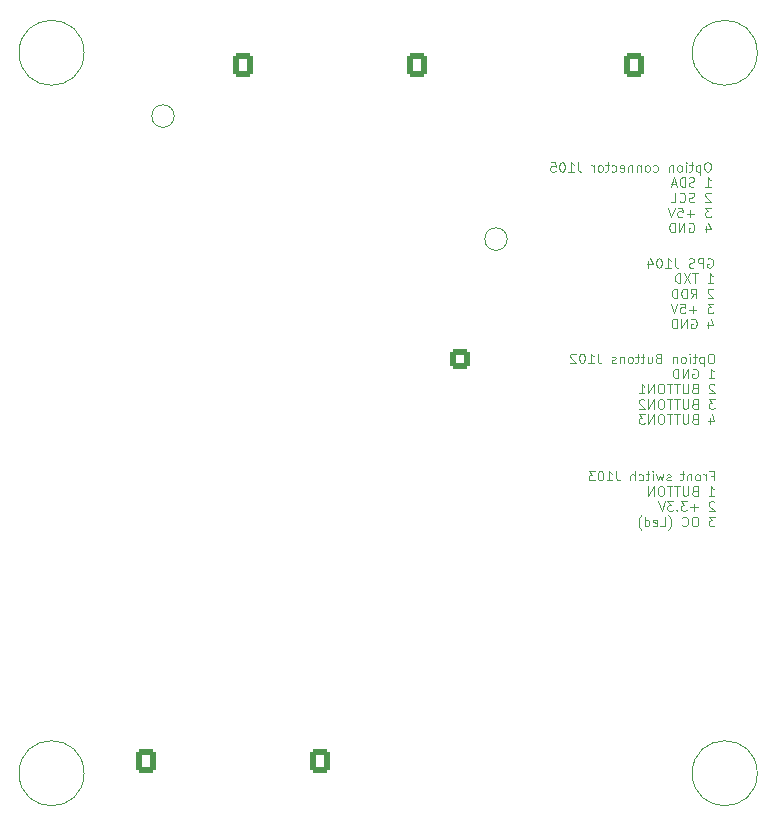
<source format=gbr>
%TF.GenerationSoftware,KiCad,Pcbnew,8.0.1*%
%TF.CreationDate,2024-07-04T14:35:51+02:00*%
%TF.ProjectId,Robuoy-Top,526f6275-6f79-42d5-946f-702e6b696361,rev?*%
%TF.SameCoordinates,Original*%
%TF.FileFunction,Legend,Bot*%
%TF.FilePolarity,Positive*%
%FSLAX46Y46*%
G04 Gerber Fmt 4.6, Leading zero omitted, Abs format (unit mm)*
G04 Created by KiCad (PCBNEW 8.0.1) date 2024-07-04 14:35:51*
%MOMM*%
%LPD*%
G01*
G04 APERTURE LIST*
G04 Aperture macros list*
%AMRoundRect*
0 Rectangle with rounded corners*
0 $1 Rounding radius*
0 $2 $3 $4 $5 $6 $7 $8 $9 X,Y pos of 4 corners*
0 Add a 4 corners polygon primitive as box body*
4,1,4,$2,$3,$4,$5,$6,$7,$8,$9,$2,$3,0*
0 Add four circle primitives for the rounded corners*
1,1,$1+$1,$2,$3*
1,1,$1+$1,$4,$5*
1,1,$1+$1,$6,$7*
1,1,$1+$1,$8,$9*
0 Add four rect primitives between the rounded corners*
20,1,$1+$1,$2,$3,$4,$5,0*
20,1,$1+$1,$4,$5,$6,$7,0*
20,1,$1+$1,$6,$7,$8,$9,0*
20,1,$1+$1,$8,$9,$2,$3,0*%
G04 Aperture macros list end*
%ADD10C,0.100000*%
%ADD11C,3.200000*%
%ADD12RoundRect,0.250000X-0.600000X-0.725000X0.600000X-0.725000X0.600000X0.725000X-0.600000X0.725000X0*%
%ADD13O,1.700000X1.950000*%
%ADD14RoundRect,0.250000X0.600000X0.725000X-0.600000X0.725000X-0.600000X-0.725000X0.600000X-0.725000X0*%
%ADD15R,1.700000X1.700000*%
%ADD16O,1.700000X1.700000*%
%ADD17C,1.500000*%
%ADD18C,3.500000*%
%ADD19R,1.650000X1.650000*%
%ADD20C,1.700000*%
%ADD21RoundRect,0.250000X0.600000X0.750000X-0.600000X0.750000X-0.600000X-0.750000X0.600000X-0.750000X0*%
%ADD22O,1.700000X2.000000*%
%ADD23RoundRect,0.250000X-0.600000X-0.600000X0.600000X-0.600000X0.600000X0.600000X-0.600000X0.600000X0*%
G04 APERTURE END LIST*
D10*
X73606953Y-58257875D02*
X73454572Y-58257875D01*
X73454572Y-58257875D02*
X73378382Y-58295970D01*
X73378382Y-58295970D02*
X73302191Y-58372160D01*
X73302191Y-58372160D02*
X73264096Y-58524541D01*
X73264096Y-58524541D02*
X73264096Y-58791208D01*
X73264096Y-58791208D02*
X73302191Y-58943589D01*
X73302191Y-58943589D02*
X73378382Y-59019780D01*
X73378382Y-59019780D02*
X73454572Y-59057875D01*
X73454572Y-59057875D02*
X73606953Y-59057875D01*
X73606953Y-59057875D02*
X73683144Y-59019780D01*
X73683144Y-59019780D02*
X73759334Y-58943589D01*
X73759334Y-58943589D02*
X73797430Y-58791208D01*
X73797430Y-58791208D02*
X73797430Y-58524541D01*
X73797430Y-58524541D02*
X73759334Y-58372160D01*
X73759334Y-58372160D02*
X73683144Y-58295970D01*
X73683144Y-58295970D02*
X73606953Y-58257875D01*
X72921239Y-58524541D02*
X72921239Y-59324541D01*
X72921239Y-58562637D02*
X72845049Y-58524541D01*
X72845049Y-58524541D02*
X72692668Y-58524541D01*
X72692668Y-58524541D02*
X72616477Y-58562637D01*
X72616477Y-58562637D02*
X72578382Y-58600732D01*
X72578382Y-58600732D02*
X72540287Y-58676922D01*
X72540287Y-58676922D02*
X72540287Y-58905494D01*
X72540287Y-58905494D02*
X72578382Y-58981684D01*
X72578382Y-58981684D02*
X72616477Y-59019780D01*
X72616477Y-59019780D02*
X72692668Y-59057875D01*
X72692668Y-59057875D02*
X72845049Y-59057875D01*
X72845049Y-59057875D02*
X72921239Y-59019780D01*
X72311715Y-58524541D02*
X72006953Y-58524541D01*
X72197429Y-58257875D02*
X72197429Y-58943589D01*
X72197429Y-58943589D02*
X72159334Y-59019780D01*
X72159334Y-59019780D02*
X72083144Y-59057875D01*
X72083144Y-59057875D02*
X72006953Y-59057875D01*
X71740286Y-59057875D02*
X71740286Y-58524541D01*
X71740286Y-58257875D02*
X71778382Y-58295970D01*
X71778382Y-58295970D02*
X71740286Y-58334065D01*
X71740286Y-58334065D02*
X71702191Y-58295970D01*
X71702191Y-58295970D02*
X71740286Y-58257875D01*
X71740286Y-58257875D02*
X71740286Y-58334065D01*
X71245049Y-59057875D02*
X71321239Y-59019780D01*
X71321239Y-59019780D02*
X71359334Y-58981684D01*
X71359334Y-58981684D02*
X71397430Y-58905494D01*
X71397430Y-58905494D02*
X71397430Y-58676922D01*
X71397430Y-58676922D02*
X71359334Y-58600732D01*
X71359334Y-58600732D02*
X71321239Y-58562637D01*
X71321239Y-58562637D02*
X71245049Y-58524541D01*
X71245049Y-58524541D02*
X71130763Y-58524541D01*
X71130763Y-58524541D02*
X71054572Y-58562637D01*
X71054572Y-58562637D02*
X71016477Y-58600732D01*
X71016477Y-58600732D02*
X70978382Y-58676922D01*
X70978382Y-58676922D02*
X70978382Y-58905494D01*
X70978382Y-58905494D02*
X71016477Y-58981684D01*
X71016477Y-58981684D02*
X71054572Y-59019780D01*
X71054572Y-59019780D02*
X71130763Y-59057875D01*
X71130763Y-59057875D02*
X71245049Y-59057875D01*
X70635524Y-58524541D02*
X70635524Y-59057875D01*
X70635524Y-58600732D02*
X70597429Y-58562637D01*
X70597429Y-58562637D02*
X70521239Y-58524541D01*
X70521239Y-58524541D02*
X70406953Y-58524541D01*
X70406953Y-58524541D02*
X70330762Y-58562637D01*
X70330762Y-58562637D02*
X70292667Y-58638827D01*
X70292667Y-58638827D02*
X70292667Y-59057875D01*
X68959333Y-59019780D02*
X69035524Y-59057875D01*
X69035524Y-59057875D02*
X69187905Y-59057875D01*
X69187905Y-59057875D02*
X69264095Y-59019780D01*
X69264095Y-59019780D02*
X69302190Y-58981684D01*
X69302190Y-58981684D02*
X69340286Y-58905494D01*
X69340286Y-58905494D02*
X69340286Y-58676922D01*
X69340286Y-58676922D02*
X69302190Y-58600732D01*
X69302190Y-58600732D02*
X69264095Y-58562637D01*
X69264095Y-58562637D02*
X69187905Y-58524541D01*
X69187905Y-58524541D02*
X69035524Y-58524541D01*
X69035524Y-58524541D02*
X68959333Y-58562637D01*
X68502191Y-59057875D02*
X68578381Y-59019780D01*
X68578381Y-59019780D02*
X68616476Y-58981684D01*
X68616476Y-58981684D02*
X68654572Y-58905494D01*
X68654572Y-58905494D02*
X68654572Y-58676922D01*
X68654572Y-58676922D02*
X68616476Y-58600732D01*
X68616476Y-58600732D02*
X68578381Y-58562637D01*
X68578381Y-58562637D02*
X68502191Y-58524541D01*
X68502191Y-58524541D02*
X68387905Y-58524541D01*
X68387905Y-58524541D02*
X68311714Y-58562637D01*
X68311714Y-58562637D02*
X68273619Y-58600732D01*
X68273619Y-58600732D02*
X68235524Y-58676922D01*
X68235524Y-58676922D02*
X68235524Y-58905494D01*
X68235524Y-58905494D02*
X68273619Y-58981684D01*
X68273619Y-58981684D02*
X68311714Y-59019780D01*
X68311714Y-59019780D02*
X68387905Y-59057875D01*
X68387905Y-59057875D02*
X68502191Y-59057875D01*
X67892666Y-58524541D02*
X67892666Y-59057875D01*
X67892666Y-58600732D02*
X67854571Y-58562637D01*
X67854571Y-58562637D02*
X67778381Y-58524541D01*
X67778381Y-58524541D02*
X67664095Y-58524541D01*
X67664095Y-58524541D02*
X67587904Y-58562637D01*
X67587904Y-58562637D02*
X67549809Y-58638827D01*
X67549809Y-58638827D02*
X67549809Y-59057875D01*
X67168856Y-58524541D02*
X67168856Y-59057875D01*
X67168856Y-58600732D02*
X67130761Y-58562637D01*
X67130761Y-58562637D02*
X67054571Y-58524541D01*
X67054571Y-58524541D02*
X66940285Y-58524541D01*
X66940285Y-58524541D02*
X66864094Y-58562637D01*
X66864094Y-58562637D02*
X66825999Y-58638827D01*
X66825999Y-58638827D02*
X66825999Y-59057875D01*
X66140284Y-59019780D02*
X66216475Y-59057875D01*
X66216475Y-59057875D02*
X66368856Y-59057875D01*
X66368856Y-59057875D02*
X66445046Y-59019780D01*
X66445046Y-59019780D02*
X66483142Y-58943589D01*
X66483142Y-58943589D02*
X66483142Y-58638827D01*
X66483142Y-58638827D02*
X66445046Y-58562637D01*
X66445046Y-58562637D02*
X66368856Y-58524541D01*
X66368856Y-58524541D02*
X66216475Y-58524541D01*
X66216475Y-58524541D02*
X66140284Y-58562637D01*
X66140284Y-58562637D02*
X66102189Y-58638827D01*
X66102189Y-58638827D02*
X66102189Y-58715018D01*
X66102189Y-58715018D02*
X66483142Y-58791208D01*
X65416475Y-59019780D02*
X65492666Y-59057875D01*
X65492666Y-59057875D02*
X65645047Y-59057875D01*
X65645047Y-59057875D02*
X65721237Y-59019780D01*
X65721237Y-59019780D02*
X65759332Y-58981684D01*
X65759332Y-58981684D02*
X65797428Y-58905494D01*
X65797428Y-58905494D02*
X65797428Y-58676922D01*
X65797428Y-58676922D02*
X65759332Y-58600732D01*
X65759332Y-58600732D02*
X65721237Y-58562637D01*
X65721237Y-58562637D02*
X65645047Y-58524541D01*
X65645047Y-58524541D02*
X65492666Y-58524541D01*
X65492666Y-58524541D02*
X65416475Y-58562637D01*
X65187904Y-58524541D02*
X64883142Y-58524541D01*
X65073618Y-58257875D02*
X65073618Y-58943589D01*
X65073618Y-58943589D02*
X65035523Y-59019780D01*
X65035523Y-59019780D02*
X64959333Y-59057875D01*
X64959333Y-59057875D02*
X64883142Y-59057875D01*
X64502190Y-59057875D02*
X64578380Y-59019780D01*
X64578380Y-59019780D02*
X64616475Y-58981684D01*
X64616475Y-58981684D02*
X64654571Y-58905494D01*
X64654571Y-58905494D02*
X64654571Y-58676922D01*
X64654571Y-58676922D02*
X64616475Y-58600732D01*
X64616475Y-58600732D02*
X64578380Y-58562637D01*
X64578380Y-58562637D02*
X64502190Y-58524541D01*
X64502190Y-58524541D02*
X64387904Y-58524541D01*
X64387904Y-58524541D02*
X64311713Y-58562637D01*
X64311713Y-58562637D02*
X64273618Y-58600732D01*
X64273618Y-58600732D02*
X64235523Y-58676922D01*
X64235523Y-58676922D02*
X64235523Y-58905494D01*
X64235523Y-58905494D02*
X64273618Y-58981684D01*
X64273618Y-58981684D02*
X64311713Y-59019780D01*
X64311713Y-59019780D02*
X64387904Y-59057875D01*
X64387904Y-59057875D02*
X64502190Y-59057875D01*
X63892665Y-59057875D02*
X63892665Y-58524541D01*
X63892665Y-58676922D02*
X63854570Y-58600732D01*
X63854570Y-58600732D02*
X63816475Y-58562637D01*
X63816475Y-58562637D02*
X63740284Y-58524541D01*
X63740284Y-58524541D02*
X63664094Y-58524541D01*
X62559332Y-58257875D02*
X62559332Y-58829303D01*
X62559332Y-58829303D02*
X62597427Y-58943589D01*
X62597427Y-58943589D02*
X62673618Y-59019780D01*
X62673618Y-59019780D02*
X62787903Y-59057875D01*
X62787903Y-59057875D02*
X62864094Y-59057875D01*
X61759332Y-59057875D02*
X62216475Y-59057875D01*
X61987903Y-59057875D02*
X61987903Y-58257875D01*
X61987903Y-58257875D02*
X62064094Y-58372160D01*
X62064094Y-58372160D02*
X62140284Y-58448351D01*
X62140284Y-58448351D02*
X62216475Y-58486446D01*
X61264093Y-58257875D02*
X61187903Y-58257875D01*
X61187903Y-58257875D02*
X61111712Y-58295970D01*
X61111712Y-58295970D02*
X61073617Y-58334065D01*
X61073617Y-58334065D02*
X61035522Y-58410256D01*
X61035522Y-58410256D02*
X60997427Y-58562637D01*
X60997427Y-58562637D02*
X60997427Y-58753113D01*
X60997427Y-58753113D02*
X61035522Y-58905494D01*
X61035522Y-58905494D02*
X61073617Y-58981684D01*
X61073617Y-58981684D02*
X61111712Y-59019780D01*
X61111712Y-59019780D02*
X61187903Y-59057875D01*
X61187903Y-59057875D02*
X61264093Y-59057875D01*
X61264093Y-59057875D02*
X61340284Y-59019780D01*
X61340284Y-59019780D02*
X61378379Y-58981684D01*
X61378379Y-58981684D02*
X61416474Y-58905494D01*
X61416474Y-58905494D02*
X61454570Y-58753113D01*
X61454570Y-58753113D02*
X61454570Y-58562637D01*
X61454570Y-58562637D02*
X61416474Y-58410256D01*
X61416474Y-58410256D02*
X61378379Y-58334065D01*
X61378379Y-58334065D02*
X61340284Y-58295970D01*
X61340284Y-58295970D02*
X61264093Y-58257875D01*
X60273617Y-58257875D02*
X60654569Y-58257875D01*
X60654569Y-58257875D02*
X60692665Y-58638827D01*
X60692665Y-58638827D02*
X60654569Y-58600732D01*
X60654569Y-58600732D02*
X60578379Y-58562637D01*
X60578379Y-58562637D02*
X60387903Y-58562637D01*
X60387903Y-58562637D02*
X60311712Y-58600732D01*
X60311712Y-58600732D02*
X60273617Y-58638827D01*
X60273617Y-58638827D02*
X60235522Y-58715018D01*
X60235522Y-58715018D02*
X60235522Y-58905494D01*
X60235522Y-58905494D02*
X60273617Y-58981684D01*
X60273617Y-58981684D02*
X60311712Y-59019780D01*
X60311712Y-59019780D02*
X60387903Y-59057875D01*
X60387903Y-59057875D02*
X60578379Y-59057875D01*
X60578379Y-59057875D02*
X60654569Y-59019780D01*
X60654569Y-59019780D02*
X60692665Y-58981684D01*
X73340287Y-60345830D02*
X73797430Y-60345830D01*
X73568858Y-60345830D02*
X73568858Y-59545830D01*
X73568858Y-59545830D02*
X73645049Y-59660115D01*
X73645049Y-59660115D02*
X73721239Y-59736306D01*
X73721239Y-59736306D02*
X73797430Y-59774401D01*
X72426001Y-60307735D02*
X72311715Y-60345830D01*
X72311715Y-60345830D02*
X72121239Y-60345830D01*
X72121239Y-60345830D02*
X72045048Y-60307735D01*
X72045048Y-60307735D02*
X72006953Y-60269639D01*
X72006953Y-60269639D02*
X71968858Y-60193449D01*
X71968858Y-60193449D02*
X71968858Y-60117258D01*
X71968858Y-60117258D02*
X72006953Y-60041068D01*
X72006953Y-60041068D02*
X72045048Y-60002973D01*
X72045048Y-60002973D02*
X72121239Y-59964877D01*
X72121239Y-59964877D02*
X72273620Y-59926782D01*
X72273620Y-59926782D02*
X72349810Y-59888687D01*
X72349810Y-59888687D02*
X72387905Y-59850592D01*
X72387905Y-59850592D02*
X72426001Y-59774401D01*
X72426001Y-59774401D02*
X72426001Y-59698211D01*
X72426001Y-59698211D02*
X72387905Y-59622020D01*
X72387905Y-59622020D02*
X72349810Y-59583925D01*
X72349810Y-59583925D02*
X72273620Y-59545830D01*
X72273620Y-59545830D02*
X72083143Y-59545830D01*
X72083143Y-59545830D02*
X71968858Y-59583925D01*
X71626000Y-60345830D02*
X71626000Y-59545830D01*
X71626000Y-59545830D02*
X71435524Y-59545830D01*
X71435524Y-59545830D02*
X71321238Y-59583925D01*
X71321238Y-59583925D02*
X71245048Y-59660115D01*
X71245048Y-59660115D02*
X71206953Y-59736306D01*
X71206953Y-59736306D02*
X71168857Y-59888687D01*
X71168857Y-59888687D02*
X71168857Y-60002973D01*
X71168857Y-60002973D02*
X71206953Y-60155354D01*
X71206953Y-60155354D02*
X71245048Y-60231544D01*
X71245048Y-60231544D02*
X71321238Y-60307735D01*
X71321238Y-60307735D02*
X71435524Y-60345830D01*
X71435524Y-60345830D02*
X71626000Y-60345830D01*
X70864096Y-60117258D02*
X70483143Y-60117258D01*
X70940286Y-60345830D02*
X70673619Y-59545830D01*
X70673619Y-59545830D02*
X70406953Y-60345830D01*
X73797430Y-60909975D02*
X73759334Y-60871880D01*
X73759334Y-60871880D02*
X73683144Y-60833785D01*
X73683144Y-60833785D02*
X73492668Y-60833785D01*
X73492668Y-60833785D02*
X73416477Y-60871880D01*
X73416477Y-60871880D02*
X73378382Y-60909975D01*
X73378382Y-60909975D02*
X73340287Y-60986166D01*
X73340287Y-60986166D02*
X73340287Y-61062356D01*
X73340287Y-61062356D02*
X73378382Y-61176642D01*
X73378382Y-61176642D02*
X73835525Y-61633785D01*
X73835525Y-61633785D02*
X73340287Y-61633785D01*
X72426001Y-61595690D02*
X72311715Y-61633785D01*
X72311715Y-61633785D02*
X72121239Y-61633785D01*
X72121239Y-61633785D02*
X72045048Y-61595690D01*
X72045048Y-61595690D02*
X72006953Y-61557594D01*
X72006953Y-61557594D02*
X71968858Y-61481404D01*
X71968858Y-61481404D02*
X71968858Y-61405213D01*
X71968858Y-61405213D02*
X72006953Y-61329023D01*
X72006953Y-61329023D02*
X72045048Y-61290928D01*
X72045048Y-61290928D02*
X72121239Y-61252832D01*
X72121239Y-61252832D02*
X72273620Y-61214737D01*
X72273620Y-61214737D02*
X72349810Y-61176642D01*
X72349810Y-61176642D02*
X72387905Y-61138547D01*
X72387905Y-61138547D02*
X72426001Y-61062356D01*
X72426001Y-61062356D02*
X72426001Y-60986166D01*
X72426001Y-60986166D02*
X72387905Y-60909975D01*
X72387905Y-60909975D02*
X72349810Y-60871880D01*
X72349810Y-60871880D02*
X72273620Y-60833785D01*
X72273620Y-60833785D02*
X72083143Y-60833785D01*
X72083143Y-60833785D02*
X71968858Y-60871880D01*
X71168857Y-61557594D02*
X71206953Y-61595690D01*
X71206953Y-61595690D02*
X71321238Y-61633785D01*
X71321238Y-61633785D02*
X71397429Y-61633785D01*
X71397429Y-61633785D02*
X71511715Y-61595690D01*
X71511715Y-61595690D02*
X71587905Y-61519499D01*
X71587905Y-61519499D02*
X71626000Y-61443309D01*
X71626000Y-61443309D02*
X71664096Y-61290928D01*
X71664096Y-61290928D02*
X71664096Y-61176642D01*
X71664096Y-61176642D02*
X71626000Y-61024261D01*
X71626000Y-61024261D02*
X71587905Y-60948070D01*
X71587905Y-60948070D02*
X71511715Y-60871880D01*
X71511715Y-60871880D02*
X71397429Y-60833785D01*
X71397429Y-60833785D02*
X71321238Y-60833785D01*
X71321238Y-60833785D02*
X71206953Y-60871880D01*
X71206953Y-60871880D02*
X71168857Y-60909975D01*
X70445048Y-61633785D02*
X70826000Y-61633785D01*
X70826000Y-61633785D02*
X70826000Y-60833785D01*
X73835525Y-62121740D02*
X73340287Y-62121740D01*
X73340287Y-62121740D02*
X73606953Y-62426502D01*
X73606953Y-62426502D02*
X73492668Y-62426502D01*
X73492668Y-62426502D02*
X73416477Y-62464597D01*
X73416477Y-62464597D02*
X73378382Y-62502692D01*
X73378382Y-62502692D02*
X73340287Y-62578883D01*
X73340287Y-62578883D02*
X73340287Y-62769359D01*
X73340287Y-62769359D02*
X73378382Y-62845549D01*
X73378382Y-62845549D02*
X73416477Y-62883645D01*
X73416477Y-62883645D02*
X73492668Y-62921740D01*
X73492668Y-62921740D02*
X73721239Y-62921740D01*
X73721239Y-62921740D02*
X73797430Y-62883645D01*
X73797430Y-62883645D02*
X73835525Y-62845549D01*
X72387905Y-62616978D02*
X71778382Y-62616978D01*
X72083143Y-62921740D02*
X72083143Y-62312216D01*
X71016477Y-62121740D02*
X71397429Y-62121740D01*
X71397429Y-62121740D02*
X71435525Y-62502692D01*
X71435525Y-62502692D02*
X71397429Y-62464597D01*
X71397429Y-62464597D02*
X71321239Y-62426502D01*
X71321239Y-62426502D02*
X71130763Y-62426502D01*
X71130763Y-62426502D02*
X71054572Y-62464597D01*
X71054572Y-62464597D02*
X71016477Y-62502692D01*
X71016477Y-62502692D02*
X70978382Y-62578883D01*
X70978382Y-62578883D02*
X70978382Y-62769359D01*
X70978382Y-62769359D02*
X71016477Y-62845549D01*
X71016477Y-62845549D02*
X71054572Y-62883645D01*
X71054572Y-62883645D02*
X71130763Y-62921740D01*
X71130763Y-62921740D02*
X71321239Y-62921740D01*
X71321239Y-62921740D02*
X71397429Y-62883645D01*
X71397429Y-62883645D02*
X71435525Y-62845549D01*
X70749810Y-62121740D02*
X70483143Y-62921740D01*
X70483143Y-62921740D02*
X70216477Y-62121740D01*
X73416477Y-63676361D02*
X73416477Y-64209695D01*
X73606953Y-63371600D02*
X73797430Y-63943028D01*
X73797430Y-63943028D02*
X73302191Y-63943028D01*
X71968858Y-63447790D02*
X72045048Y-63409695D01*
X72045048Y-63409695D02*
X72159334Y-63409695D01*
X72159334Y-63409695D02*
X72273620Y-63447790D01*
X72273620Y-63447790D02*
X72349810Y-63523980D01*
X72349810Y-63523980D02*
X72387905Y-63600171D01*
X72387905Y-63600171D02*
X72426001Y-63752552D01*
X72426001Y-63752552D02*
X72426001Y-63866838D01*
X72426001Y-63866838D02*
X72387905Y-64019219D01*
X72387905Y-64019219D02*
X72349810Y-64095409D01*
X72349810Y-64095409D02*
X72273620Y-64171600D01*
X72273620Y-64171600D02*
X72159334Y-64209695D01*
X72159334Y-64209695D02*
X72083143Y-64209695D01*
X72083143Y-64209695D02*
X71968858Y-64171600D01*
X71968858Y-64171600D02*
X71930762Y-64133504D01*
X71930762Y-64133504D02*
X71930762Y-63866838D01*
X71930762Y-63866838D02*
X72083143Y-63866838D01*
X71587905Y-64209695D02*
X71587905Y-63409695D01*
X71587905Y-63409695D02*
X71130762Y-64209695D01*
X71130762Y-64209695D02*
X71130762Y-63409695D01*
X70749810Y-64209695D02*
X70749810Y-63409695D01*
X70749810Y-63409695D02*
X70559334Y-63409695D01*
X70559334Y-63409695D02*
X70445048Y-63447790D01*
X70445048Y-63447790D02*
X70368858Y-63523980D01*
X70368858Y-63523980D02*
X70330763Y-63600171D01*
X70330763Y-63600171D02*
X70292667Y-63752552D01*
X70292667Y-63752552D02*
X70292667Y-63866838D01*
X70292667Y-63866838D02*
X70330763Y-64019219D01*
X70330763Y-64019219D02*
X70368858Y-64095409D01*
X70368858Y-64095409D02*
X70445048Y-64171600D01*
X70445048Y-64171600D02*
X70559334Y-64209695D01*
X70559334Y-64209695D02*
X70749810Y-64209695D01*
X73543487Y-66423970D02*
X73619677Y-66385875D01*
X73619677Y-66385875D02*
X73733963Y-66385875D01*
X73733963Y-66385875D02*
X73848249Y-66423970D01*
X73848249Y-66423970D02*
X73924439Y-66500160D01*
X73924439Y-66500160D02*
X73962534Y-66576351D01*
X73962534Y-66576351D02*
X74000630Y-66728732D01*
X74000630Y-66728732D02*
X74000630Y-66843018D01*
X74000630Y-66843018D02*
X73962534Y-66995399D01*
X73962534Y-66995399D02*
X73924439Y-67071589D01*
X73924439Y-67071589D02*
X73848249Y-67147780D01*
X73848249Y-67147780D02*
X73733963Y-67185875D01*
X73733963Y-67185875D02*
X73657772Y-67185875D01*
X73657772Y-67185875D02*
X73543487Y-67147780D01*
X73543487Y-67147780D02*
X73505391Y-67109684D01*
X73505391Y-67109684D02*
X73505391Y-66843018D01*
X73505391Y-66843018D02*
X73657772Y-66843018D01*
X73162534Y-67185875D02*
X73162534Y-66385875D01*
X73162534Y-66385875D02*
X72857772Y-66385875D01*
X72857772Y-66385875D02*
X72781582Y-66423970D01*
X72781582Y-66423970D02*
X72743487Y-66462065D01*
X72743487Y-66462065D02*
X72705391Y-66538256D01*
X72705391Y-66538256D02*
X72705391Y-66652541D01*
X72705391Y-66652541D02*
X72743487Y-66728732D01*
X72743487Y-66728732D02*
X72781582Y-66766827D01*
X72781582Y-66766827D02*
X72857772Y-66804922D01*
X72857772Y-66804922D02*
X73162534Y-66804922D01*
X72400630Y-67147780D02*
X72286344Y-67185875D01*
X72286344Y-67185875D02*
X72095868Y-67185875D01*
X72095868Y-67185875D02*
X72019677Y-67147780D01*
X72019677Y-67147780D02*
X71981582Y-67109684D01*
X71981582Y-67109684D02*
X71943487Y-67033494D01*
X71943487Y-67033494D02*
X71943487Y-66957303D01*
X71943487Y-66957303D02*
X71981582Y-66881113D01*
X71981582Y-66881113D02*
X72019677Y-66843018D01*
X72019677Y-66843018D02*
X72095868Y-66804922D01*
X72095868Y-66804922D02*
X72248249Y-66766827D01*
X72248249Y-66766827D02*
X72324439Y-66728732D01*
X72324439Y-66728732D02*
X72362534Y-66690637D01*
X72362534Y-66690637D02*
X72400630Y-66614446D01*
X72400630Y-66614446D02*
X72400630Y-66538256D01*
X72400630Y-66538256D02*
X72362534Y-66462065D01*
X72362534Y-66462065D02*
X72324439Y-66423970D01*
X72324439Y-66423970D02*
X72248249Y-66385875D01*
X72248249Y-66385875D02*
X72057772Y-66385875D01*
X72057772Y-66385875D02*
X71943487Y-66423970D01*
X70762534Y-66385875D02*
X70762534Y-66957303D01*
X70762534Y-66957303D02*
X70800629Y-67071589D01*
X70800629Y-67071589D02*
X70876820Y-67147780D01*
X70876820Y-67147780D02*
X70991105Y-67185875D01*
X70991105Y-67185875D02*
X71067296Y-67185875D01*
X69962534Y-67185875D02*
X70419677Y-67185875D01*
X70191105Y-67185875D02*
X70191105Y-66385875D01*
X70191105Y-66385875D02*
X70267296Y-66500160D01*
X70267296Y-66500160D02*
X70343486Y-66576351D01*
X70343486Y-66576351D02*
X70419677Y-66614446D01*
X69467295Y-66385875D02*
X69391105Y-66385875D01*
X69391105Y-66385875D02*
X69314914Y-66423970D01*
X69314914Y-66423970D02*
X69276819Y-66462065D01*
X69276819Y-66462065D02*
X69238724Y-66538256D01*
X69238724Y-66538256D02*
X69200629Y-66690637D01*
X69200629Y-66690637D02*
X69200629Y-66881113D01*
X69200629Y-66881113D02*
X69238724Y-67033494D01*
X69238724Y-67033494D02*
X69276819Y-67109684D01*
X69276819Y-67109684D02*
X69314914Y-67147780D01*
X69314914Y-67147780D02*
X69391105Y-67185875D01*
X69391105Y-67185875D02*
X69467295Y-67185875D01*
X69467295Y-67185875D02*
X69543486Y-67147780D01*
X69543486Y-67147780D02*
X69581581Y-67109684D01*
X69581581Y-67109684D02*
X69619676Y-67033494D01*
X69619676Y-67033494D02*
X69657772Y-66881113D01*
X69657772Y-66881113D02*
X69657772Y-66690637D01*
X69657772Y-66690637D02*
X69619676Y-66538256D01*
X69619676Y-66538256D02*
X69581581Y-66462065D01*
X69581581Y-66462065D02*
X69543486Y-66423970D01*
X69543486Y-66423970D02*
X69467295Y-66385875D01*
X68514914Y-66652541D02*
X68514914Y-67185875D01*
X68705390Y-66347780D02*
X68895867Y-66919208D01*
X68895867Y-66919208D02*
X68400628Y-66919208D01*
X73543487Y-68473830D02*
X74000630Y-68473830D01*
X73772058Y-68473830D02*
X73772058Y-67673830D01*
X73772058Y-67673830D02*
X73848249Y-67788115D01*
X73848249Y-67788115D02*
X73924439Y-67864306D01*
X73924439Y-67864306D02*
X74000630Y-67902401D01*
X72705391Y-67673830D02*
X72248248Y-67673830D01*
X72476820Y-68473830D02*
X72476820Y-67673830D01*
X72057772Y-67673830D02*
X71524438Y-68473830D01*
X71524438Y-67673830D02*
X72057772Y-68473830D01*
X71219676Y-68473830D02*
X71219676Y-67673830D01*
X71219676Y-67673830D02*
X71029200Y-67673830D01*
X71029200Y-67673830D02*
X70914914Y-67711925D01*
X70914914Y-67711925D02*
X70838724Y-67788115D01*
X70838724Y-67788115D02*
X70800629Y-67864306D01*
X70800629Y-67864306D02*
X70762533Y-68016687D01*
X70762533Y-68016687D02*
X70762533Y-68130973D01*
X70762533Y-68130973D02*
X70800629Y-68283354D01*
X70800629Y-68283354D02*
X70838724Y-68359544D01*
X70838724Y-68359544D02*
X70914914Y-68435735D01*
X70914914Y-68435735D02*
X71029200Y-68473830D01*
X71029200Y-68473830D02*
X71219676Y-68473830D01*
X74000630Y-69037975D02*
X73962534Y-68999880D01*
X73962534Y-68999880D02*
X73886344Y-68961785D01*
X73886344Y-68961785D02*
X73695868Y-68961785D01*
X73695868Y-68961785D02*
X73619677Y-68999880D01*
X73619677Y-68999880D02*
X73581582Y-69037975D01*
X73581582Y-69037975D02*
X73543487Y-69114166D01*
X73543487Y-69114166D02*
X73543487Y-69190356D01*
X73543487Y-69190356D02*
X73581582Y-69304642D01*
X73581582Y-69304642D02*
X74038725Y-69761785D01*
X74038725Y-69761785D02*
X73543487Y-69761785D01*
X72133962Y-69761785D02*
X72400629Y-69380832D01*
X72591105Y-69761785D02*
X72591105Y-68961785D01*
X72591105Y-68961785D02*
X72286343Y-68961785D01*
X72286343Y-68961785D02*
X72210153Y-68999880D01*
X72210153Y-68999880D02*
X72172058Y-69037975D01*
X72172058Y-69037975D02*
X72133962Y-69114166D01*
X72133962Y-69114166D02*
X72133962Y-69228451D01*
X72133962Y-69228451D02*
X72172058Y-69304642D01*
X72172058Y-69304642D02*
X72210153Y-69342737D01*
X72210153Y-69342737D02*
X72286343Y-69380832D01*
X72286343Y-69380832D02*
X72591105Y-69380832D01*
X71791105Y-69761785D02*
X71791105Y-68961785D01*
X71791105Y-68961785D02*
X71600629Y-68961785D01*
X71600629Y-68961785D02*
X71486343Y-68999880D01*
X71486343Y-68999880D02*
X71410153Y-69076070D01*
X71410153Y-69076070D02*
X71372058Y-69152261D01*
X71372058Y-69152261D02*
X71333962Y-69304642D01*
X71333962Y-69304642D02*
X71333962Y-69418928D01*
X71333962Y-69418928D02*
X71372058Y-69571309D01*
X71372058Y-69571309D02*
X71410153Y-69647499D01*
X71410153Y-69647499D02*
X71486343Y-69723690D01*
X71486343Y-69723690D02*
X71600629Y-69761785D01*
X71600629Y-69761785D02*
X71791105Y-69761785D01*
X70991105Y-69761785D02*
X70991105Y-68961785D01*
X70991105Y-68961785D02*
X70800629Y-68961785D01*
X70800629Y-68961785D02*
X70686343Y-68999880D01*
X70686343Y-68999880D02*
X70610153Y-69076070D01*
X70610153Y-69076070D02*
X70572058Y-69152261D01*
X70572058Y-69152261D02*
X70533962Y-69304642D01*
X70533962Y-69304642D02*
X70533962Y-69418928D01*
X70533962Y-69418928D02*
X70572058Y-69571309D01*
X70572058Y-69571309D02*
X70610153Y-69647499D01*
X70610153Y-69647499D02*
X70686343Y-69723690D01*
X70686343Y-69723690D02*
X70800629Y-69761785D01*
X70800629Y-69761785D02*
X70991105Y-69761785D01*
X74038725Y-70249740D02*
X73543487Y-70249740D01*
X73543487Y-70249740D02*
X73810153Y-70554502D01*
X73810153Y-70554502D02*
X73695868Y-70554502D01*
X73695868Y-70554502D02*
X73619677Y-70592597D01*
X73619677Y-70592597D02*
X73581582Y-70630692D01*
X73581582Y-70630692D02*
X73543487Y-70706883D01*
X73543487Y-70706883D02*
X73543487Y-70897359D01*
X73543487Y-70897359D02*
X73581582Y-70973549D01*
X73581582Y-70973549D02*
X73619677Y-71011645D01*
X73619677Y-71011645D02*
X73695868Y-71049740D01*
X73695868Y-71049740D02*
X73924439Y-71049740D01*
X73924439Y-71049740D02*
X74000630Y-71011645D01*
X74000630Y-71011645D02*
X74038725Y-70973549D01*
X72591105Y-70744978D02*
X71981582Y-70744978D01*
X72286343Y-71049740D02*
X72286343Y-70440216D01*
X71219677Y-70249740D02*
X71600629Y-70249740D01*
X71600629Y-70249740D02*
X71638725Y-70630692D01*
X71638725Y-70630692D02*
X71600629Y-70592597D01*
X71600629Y-70592597D02*
X71524439Y-70554502D01*
X71524439Y-70554502D02*
X71333963Y-70554502D01*
X71333963Y-70554502D02*
X71257772Y-70592597D01*
X71257772Y-70592597D02*
X71219677Y-70630692D01*
X71219677Y-70630692D02*
X71181582Y-70706883D01*
X71181582Y-70706883D02*
X71181582Y-70897359D01*
X71181582Y-70897359D02*
X71219677Y-70973549D01*
X71219677Y-70973549D02*
X71257772Y-71011645D01*
X71257772Y-71011645D02*
X71333963Y-71049740D01*
X71333963Y-71049740D02*
X71524439Y-71049740D01*
X71524439Y-71049740D02*
X71600629Y-71011645D01*
X71600629Y-71011645D02*
X71638725Y-70973549D01*
X70953010Y-70249740D02*
X70686343Y-71049740D01*
X70686343Y-71049740D02*
X70419677Y-70249740D01*
X73619677Y-71804361D02*
X73619677Y-72337695D01*
X73810153Y-71499600D02*
X74000630Y-72071028D01*
X74000630Y-72071028D02*
X73505391Y-72071028D01*
X72172058Y-71575790D02*
X72248248Y-71537695D01*
X72248248Y-71537695D02*
X72362534Y-71537695D01*
X72362534Y-71537695D02*
X72476820Y-71575790D01*
X72476820Y-71575790D02*
X72553010Y-71651980D01*
X72553010Y-71651980D02*
X72591105Y-71728171D01*
X72591105Y-71728171D02*
X72629201Y-71880552D01*
X72629201Y-71880552D02*
X72629201Y-71994838D01*
X72629201Y-71994838D02*
X72591105Y-72147219D01*
X72591105Y-72147219D02*
X72553010Y-72223409D01*
X72553010Y-72223409D02*
X72476820Y-72299600D01*
X72476820Y-72299600D02*
X72362534Y-72337695D01*
X72362534Y-72337695D02*
X72286343Y-72337695D01*
X72286343Y-72337695D02*
X72172058Y-72299600D01*
X72172058Y-72299600D02*
X72133962Y-72261504D01*
X72133962Y-72261504D02*
X72133962Y-71994838D01*
X72133962Y-71994838D02*
X72286343Y-71994838D01*
X71791105Y-72337695D02*
X71791105Y-71537695D01*
X71791105Y-71537695D02*
X71333962Y-72337695D01*
X71333962Y-72337695D02*
X71333962Y-71537695D01*
X70953010Y-72337695D02*
X70953010Y-71537695D01*
X70953010Y-71537695D02*
X70762534Y-71537695D01*
X70762534Y-71537695D02*
X70648248Y-71575790D01*
X70648248Y-71575790D02*
X70572058Y-71651980D01*
X70572058Y-71651980D02*
X70533963Y-71728171D01*
X70533963Y-71728171D02*
X70495867Y-71880552D01*
X70495867Y-71880552D02*
X70495867Y-71994838D01*
X70495867Y-71994838D02*
X70533963Y-72147219D01*
X70533963Y-72147219D02*
X70572058Y-72223409D01*
X70572058Y-72223409D02*
X70648248Y-72299600D01*
X70648248Y-72299600D02*
X70762534Y-72337695D01*
X70762534Y-72337695D02*
X70953010Y-72337695D01*
X73911753Y-74463075D02*
X73759372Y-74463075D01*
X73759372Y-74463075D02*
X73683182Y-74501170D01*
X73683182Y-74501170D02*
X73606991Y-74577360D01*
X73606991Y-74577360D02*
X73568896Y-74729741D01*
X73568896Y-74729741D02*
X73568896Y-74996408D01*
X73568896Y-74996408D02*
X73606991Y-75148789D01*
X73606991Y-75148789D02*
X73683182Y-75224980D01*
X73683182Y-75224980D02*
X73759372Y-75263075D01*
X73759372Y-75263075D02*
X73911753Y-75263075D01*
X73911753Y-75263075D02*
X73987944Y-75224980D01*
X73987944Y-75224980D02*
X74064134Y-75148789D01*
X74064134Y-75148789D02*
X74102230Y-74996408D01*
X74102230Y-74996408D02*
X74102230Y-74729741D01*
X74102230Y-74729741D02*
X74064134Y-74577360D01*
X74064134Y-74577360D02*
X73987944Y-74501170D01*
X73987944Y-74501170D02*
X73911753Y-74463075D01*
X73226039Y-74729741D02*
X73226039Y-75529741D01*
X73226039Y-74767837D02*
X73149849Y-74729741D01*
X73149849Y-74729741D02*
X72997468Y-74729741D01*
X72997468Y-74729741D02*
X72921277Y-74767837D01*
X72921277Y-74767837D02*
X72883182Y-74805932D01*
X72883182Y-74805932D02*
X72845087Y-74882122D01*
X72845087Y-74882122D02*
X72845087Y-75110694D01*
X72845087Y-75110694D02*
X72883182Y-75186884D01*
X72883182Y-75186884D02*
X72921277Y-75224980D01*
X72921277Y-75224980D02*
X72997468Y-75263075D01*
X72997468Y-75263075D02*
X73149849Y-75263075D01*
X73149849Y-75263075D02*
X73226039Y-75224980D01*
X72616515Y-74729741D02*
X72311753Y-74729741D01*
X72502229Y-74463075D02*
X72502229Y-75148789D01*
X72502229Y-75148789D02*
X72464134Y-75224980D01*
X72464134Y-75224980D02*
X72387944Y-75263075D01*
X72387944Y-75263075D02*
X72311753Y-75263075D01*
X72045086Y-75263075D02*
X72045086Y-74729741D01*
X72045086Y-74463075D02*
X72083182Y-74501170D01*
X72083182Y-74501170D02*
X72045086Y-74539265D01*
X72045086Y-74539265D02*
X72006991Y-74501170D01*
X72006991Y-74501170D02*
X72045086Y-74463075D01*
X72045086Y-74463075D02*
X72045086Y-74539265D01*
X71549849Y-75263075D02*
X71626039Y-75224980D01*
X71626039Y-75224980D02*
X71664134Y-75186884D01*
X71664134Y-75186884D02*
X71702230Y-75110694D01*
X71702230Y-75110694D02*
X71702230Y-74882122D01*
X71702230Y-74882122D02*
X71664134Y-74805932D01*
X71664134Y-74805932D02*
X71626039Y-74767837D01*
X71626039Y-74767837D02*
X71549849Y-74729741D01*
X71549849Y-74729741D02*
X71435563Y-74729741D01*
X71435563Y-74729741D02*
X71359372Y-74767837D01*
X71359372Y-74767837D02*
X71321277Y-74805932D01*
X71321277Y-74805932D02*
X71283182Y-74882122D01*
X71283182Y-74882122D02*
X71283182Y-75110694D01*
X71283182Y-75110694D02*
X71321277Y-75186884D01*
X71321277Y-75186884D02*
X71359372Y-75224980D01*
X71359372Y-75224980D02*
X71435563Y-75263075D01*
X71435563Y-75263075D02*
X71549849Y-75263075D01*
X70940324Y-74729741D02*
X70940324Y-75263075D01*
X70940324Y-74805932D02*
X70902229Y-74767837D01*
X70902229Y-74767837D02*
X70826039Y-74729741D01*
X70826039Y-74729741D02*
X70711753Y-74729741D01*
X70711753Y-74729741D02*
X70635562Y-74767837D01*
X70635562Y-74767837D02*
X70597467Y-74844027D01*
X70597467Y-74844027D02*
X70597467Y-75263075D01*
X69340324Y-74844027D02*
X69226038Y-74882122D01*
X69226038Y-74882122D02*
X69187943Y-74920218D01*
X69187943Y-74920218D02*
X69149847Y-74996408D01*
X69149847Y-74996408D02*
X69149847Y-75110694D01*
X69149847Y-75110694D02*
X69187943Y-75186884D01*
X69187943Y-75186884D02*
X69226038Y-75224980D01*
X69226038Y-75224980D02*
X69302228Y-75263075D01*
X69302228Y-75263075D02*
X69606990Y-75263075D01*
X69606990Y-75263075D02*
X69606990Y-74463075D01*
X69606990Y-74463075D02*
X69340324Y-74463075D01*
X69340324Y-74463075D02*
X69264133Y-74501170D01*
X69264133Y-74501170D02*
X69226038Y-74539265D01*
X69226038Y-74539265D02*
X69187943Y-74615456D01*
X69187943Y-74615456D02*
X69187943Y-74691646D01*
X69187943Y-74691646D02*
X69226038Y-74767837D01*
X69226038Y-74767837D02*
X69264133Y-74805932D01*
X69264133Y-74805932D02*
X69340324Y-74844027D01*
X69340324Y-74844027D02*
X69606990Y-74844027D01*
X68464133Y-74729741D02*
X68464133Y-75263075D01*
X68806990Y-74729741D02*
X68806990Y-75148789D01*
X68806990Y-75148789D02*
X68768895Y-75224980D01*
X68768895Y-75224980D02*
X68692705Y-75263075D01*
X68692705Y-75263075D02*
X68578419Y-75263075D01*
X68578419Y-75263075D02*
X68502228Y-75224980D01*
X68502228Y-75224980D02*
X68464133Y-75186884D01*
X68197466Y-74729741D02*
X67892704Y-74729741D01*
X68083180Y-74463075D02*
X68083180Y-75148789D01*
X68083180Y-75148789D02*
X68045085Y-75224980D01*
X68045085Y-75224980D02*
X67968895Y-75263075D01*
X67968895Y-75263075D02*
X67892704Y-75263075D01*
X67740323Y-74729741D02*
X67435561Y-74729741D01*
X67626037Y-74463075D02*
X67626037Y-75148789D01*
X67626037Y-75148789D02*
X67587942Y-75224980D01*
X67587942Y-75224980D02*
X67511752Y-75263075D01*
X67511752Y-75263075D02*
X67435561Y-75263075D01*
X67054609Y-75263075D02*
X67130799Y-75224980D01*
X67130799Y-75224980D02*
X67168894Y-75186884D01*
X67168894Y-75186884D02*
X67206990Y-75110694D01*
X67206990Y-75110694D02*
X67206990Y-74882122D01*
X67206990Y-74882122D02*
X67168894Y-74805932D01*
X67168894Y-74805932D02*
X67130799Y-74767837D01*
X67130799Y-74767837D02*
X67054609Y-74729741D01*
X67054609Y-74729741D02*
X66940323Y-74729741D01*
X66940323Y-74729741D02*
X66864132Y-74767837D01*
X66864132Y-74767837D02*
X66826037Y-74805932D01*
X66826037Y-74805932D02*
X66787942Y-74882122D01*
X66787942Y-74882122D02*
X66787942Y-75110694D01*
X66787942Y-75110694D02*
X66826037Y-75186884D01*
X66826037Y-75186884D02*
X66864132Y-75224980D01*
X66864132Y-75224980D02*
X66940323Y-75263075D01*
X66940323Y-75263075D02*
X67054609Y-75263075D01*
X66445084Y-74729741D02*
X66445084Y-75263075D01*
X66445084Y-74805932D02*
X66406989Y-74767837D01*
X66406989Y-74767837D02*
X66330799Y-74729741D01*
X66330799Y-74729741D02*
X66216513Y-74729741D01*
X66216513Y-74729741D02*
X66140322Y-74767837D01*
X66140322Y-74767837D02*
X66102227Y-74844027D01*
X66102227Y-74844027D02*
X66102227Y-75263075D01*
X65759370Y-75224980D02*
X65683179Y-75263075D01*
X65683179Y-75263075D02*
X65530798Y-75263075D01*
X65530798Y-75263075D02*
X65454608Y-75224980D01*
X65454608Y-75224980D02*
X65416512Y-75148789D01*
X65416512Y-75148789D02*
X65416512Y-75110694D01*
X65416512Y-75110694D02*
X65454608Y-75034503D01*
X65454608Y-75034503D02*
X65530798Y-74996408D01*
X65530798Y-74996408D02*
X65645084Y-74996408D01*
X65645084Y-74996408D02*
X65721274Y-74958313D01*
X65721274Y-74958313D02*
X65759370Y-74882122D01*
X65759370Y-74882122D02*
X65759370Y-74844027D01*
X65759370Y-74844027D02*
X65721274Y-74767837D01*
X65721274Y-74767837D02*
X65645084Y-74729741D01*
X65645084Y-74729741D02*
X65530798Y-74729741D01*
X65530798Y-74729741D02*
X65454608Y-74767837D01*
X64235560Y-74463075D02*
X64235560Y-75034503D01*
X64235560Y-75034503D02*
X64273655Y-75148789D01*
X64273655Y-75148789D02*
X64349846Y-75224980D01*
X64349846Y-75224980D02*
X64464131Y-75263075D01*
X64464131Y-75263075D02*
X64540322Y-75263075D01*
X63435560Y-75263075D02*
X63892703Y-75263075D01*
X63664131Y-75263075D02*
X63664131Y-74463075D01*
X63664131Y-74463075D02*
X63740322Y-74577360D01*
X63740322Y-74577360D02*
X63816512Y-74653551D01*
X63816512Y-74653551D02*
X63892703Y-74691646D01*
X62940321Y-74463075D02*
X62864131Y-74463075D01*
X62864131Y-74463075D02*
X62787940Y-74501170D01*
X62787940Y-74501170D02*
X62749845Y-74539265D01*
X62749845Y-74539265D02*
X62711750Y-74615456D01*
X62711750Y-74615456D02*
X62673655Y-74767837D01*
X62673655Y-74767837D02*
X62673655Y-74958313D01*
X62673655Y-74958313D02*
X62711750Y-75110694D01*
X62711750Y-75110694D02*
X62749845Y-75186884D01*
X62749845Y-75186884D02*
X62787940Y-75224980D01*
X62787940Y-75224980D02*
X62864131Y-75263075D01*
X62864131Y-75263075D02*
X62940321Y-75263075D01*
X62940321Y-75263075D02*
X63016512Y-75224980D01*
X63016512Y-75224980D02*
X63054607Y-75186884D01*
X63054607Y-75186884D02*
X63092702Y-75110694D01*
X63092702Y-75110694D02*
X63130798Y-74958313D01*
X63130798Y-74958313D02*
X63130798Y-74767837D01*
X63130798Y-74767837D02*
X63092702Y-74615456D01*
X63092702Y-74615456D02*
X63054607Y-74539265D01*
X63054607Y-74539265D02*
X63016512Y-74501170D01*
X63016512Y-74501170D02*
X62940321Y-74463075D01*
X62368893Y-74539265D02*
X62330797Y-74501170D01*
X62330797Y-74501170D02*
X62254607Y-74463075D01*
X62254607Y-74463075D02*
X62064131Y-74463075D01*
X62064131Y-74463075D02*
X61987940Y-74501170D01*
X61987940Y-74501170D02*
X61949845Y-74539265D01*
X61949845Y-74539265D02*
X61911750Y-74615456D01*
X61911750Y-74615456D02*
X61911750Y-74691646D01*
X61911750Y-74691646D02*
X61949845Y-74805932D01*
X61949845Y-74805932D02*
X62406988Y-75263075D01*
X62406988Y-75263075D02*
X61911750Y-75263075D01*
X73645087Y-76551030D02*
X74102230Y-76551030D01*
X73873658Y-76551030D02*
X73873658Y-75751030D01*
X73873658Y-75751030D02*
X73949849Y-75865315D01*
X73949849Y-75865315D02*
X74026039Y-75941506D01*
X74026039Y-75941506D02*
X74102230Y-75979601D01*
X72273658Y-75789125D02*
X72349848Y-75751030D01*
X72349848Y-75751030D02*
X72464134Y-75751030D01*
X72464134Y-75751030D02*
X72578420Y-75789125D01*
X72578420Y-75789125D02*
X72654610Y-75865315D01*
X72654610Y-75865315D02*
X72692705Y-75941506D01*
X72692705Y-75941506D02*
X72730801Y-76093887D01*
X72730801Y-76093887D02*
X72730801Y-76208173D01*
X72730801Y-76208173D02*
X72692705Y-76360554D01*
X72692705Y-76360554D02*
X72654610Y-76436744D01*
X72654610Y-76436744D02*
X72578420Y-76512935D01*
X72578420Y-76512935D02*
X72464134Y-76551030D01*
X72464134Y-76551030D02*
X72387943Y-76551030D01*
X72387943Y-76551030D02*
X72273658Y-76512935D01*
X72273658Y-76512935D02*
X72235562Y-76474839D01*
X72235562Y-76474839D02*
X72235562Y-76208173D01*
X72235562Y-76208173D02*
X72387943Y-76208173D01*
X71892705Y-76551030D02*
X71892705Y-75751030D01*
X71892705Y-75751030D02*
X71435562Y-76551030D01*
X71435562Y-76551030D02*
X71435562Y-75751030D01*
X71054610Y-76551030D02*
X71054610Y-75751030D01*
X71054610Y-75751030D02*
X70864134Y-75751030D01*
X70864134Y-75751030D02*
X70749848Y-75789125D01*
X70749848Y-75789125D02*
X70673658Y-75865315D01*
X70673658Y-75865315D02*
X70635563Y-75941506D01*
X70635563Y-75941506D02*
X70597467Y-76093887D01*
X70597467Y-76093887D02*
X70597467Y-76208173D01*
X70597467Y-76208173D02*
X70635563Y-76360554D01*
X70635563Y-76360554D02*
X70673658Y-76436744D01*
X70673658Y-76436744D02*
X70749848Y-76512935D01*
X70749848Y-76512935D02*
X70864134Y-76551030D01*
X70864134Y-76551030D02*
X71054610Y-76551030D01*
X74102230Y-77115175D02*
X74064134Y-77077080D01*
X74064134Y-77077080D02*
X73987944Y-77038985D01*
X73987944Y-77038985D02*
X73797468Y-77038985D01*
X73797468Y-77038985D02*
X73721277Y-77077080D01*
X73721277Y-77077080D02*
X73683182Y-77115175D01*
X73683182Y-77115175D02*
X73645087Y-77191366D01*
X73645087Y-77191366D02*
X73645087Y-77267556D01*
X73645087Y-77267556D02*
X73683182Y-77381842D01*
X73683182Y-77381842D02*
X74140325Y-77838985D01*
X74140325Y-77838985D02*
X73645087Y-77838985D01*
X72426039Y-77419937D02*
X72311753Y-77458032D01*
X72311753Y-77458032D02*
X72273658Y-77496128D01*
X72273658Y-77496128D02*
X72235562Y-77572318D01*
X72235562Y-77572318D02*
X72235562Y-77686604D01*
X72235562Y-77686604D02*
X72273658Y-77762794D01*
X72273658Y-77762794D02*
X72311753Y-77800890D01*
X72311753Y-77800890D02*
X72387943Y-77838985D01*
X72387943Y-77838985D02*
X72692705Y-77838985D01*
X72692705Y-77838985D02*
X72692705Y-77038985D01*
X72692705Y-77038985D02*
X72426039Y-77038985D01*
X72426039Y-77038985D02*
X72349848Y-77077080D01*
X72349848Y-77077080D02*
X72311753Y-77115175D01*
X72311753Y-77115175D02*
X72273658Y-77191366D01*
X72273658Y-77191366D02*
X72273658Y-77267556D01*
X72273658Y-77267556D02*
X72311753Y-77343747D01*
X72311753Y-77343747D02*
X72349848Y-77381842D01*
X72349848Y-77381842D02*
X72426039Y-77419937D01*
X72426039Y-77419937D02*
X72692705Y-77419937D01*
X71892705Y-77038985D02*
X71892705Y-77686604D01*
X71892705Y-77686604D02*
X71854610Y-77762794D01*
X71854610Y-77762794D02*
X71816515Y-77800890D01*
X71816515Y-77800890D02*
X71740324Y-77838985D01*
X71740324Y-77838985D02*
X71587943Y-77838985D01*
X71587943Y-77838985D02*
X71511753Y-77800890D01*
X71511753Y-77800890D02*
X71473658Y-77762794D01*
X71473658Y-77762794D02*
X71435562Y-77686604D01*
X71435562Y-77686604D02*
X71435562Y-77038985D01*
X71168896Y-77038985D02*
X70711753Y-77038985D01*
X70940325Y-77838985D02*
X70940325Y-77038985D01*
X70559372Y-77038985D02*
X70102229Y-77038985D01*
X70330801Y-77838985D02*
X70330801Y-77038985D01*
X69683181Y-77038985D02*
X69530800Y-77038985D01*
X69530800Y-77038985D02*
X69454610Y-77077080D01*
X69454610Y-77077080D02*
X69378419Y-77153270D01*
X69378419Y-77153270D02*
X69340324Y-77305651D01*
X69340324Y-77305651D02*
X69340324Y-77572318D01*
X69340324Y-77572318D02*
X69378419Y-77724699D01*
X69378419Y-77724699D02*
X69454610Y-77800890D01*
X69454610Y-77800890D02*
X69530800Y-77838985D01*
X69530800Y-77838985D02*
X69683181Y-77838985D01*
X69683181Y-77838985D02*
X69759372Y-77800890D01*
X69759372Y-77800890D02*
X69835562Y-77724699D01*
X69835562Y-77724699D02*
X69873658Y-77572318D01*
X69873658Y-77572318D02*
X69873658Y-77305651D01*
X69873658Y-77305651D02*
X69835562Y-77153270D01*
X69835562Y-77153270D02*
X69759372Y-77077080D01*
X69759372Y-77077080D02*
X69683181Y-77038985D01*
X68997467Y-77838985D02*
X68997467Y-77038985D01*
X68997467Y-77038985D02*
X68540324Y-77838985D01*
X68540324Y-77838985D02*
X68540324Y-77038985D01*
X67740325Y-77838985D02*
X68197468Y-77838985D01*
X67968896Y-77838985D02*
X67968896Y-77038985D01*
X67968896Y-77038985D02*
X68045087Y-77153270D01*
X68045087Y-77153270D02*
X68121277Y-77229461D01*
X68121277Y-77229461D02*
X68197468Y-77267556D01*
X74140325Y-78326940D02*
X73645087Y-78326940D01*
X73645087Y-78326940D02*
X73911753Y-78631702D01*
X73911753Y-78631702D02*
X73797468Y-78631702D01*
X73797468Y-78631702D02*
X73721277Y-78669797D01*
X73721277Y-78669797D02*
X73683182Y-78707892D01*
X73683182Y-78707892D02*
X73645087Y-78784083D01*
X73645087Y-78784083D02*
X73645087Y-78974559D01*
X73645087Y-78974559D02*
X73683182Y-79050749D01*
X73683182Y-79050749D02*
X73721277Y-79088845D01*
X73721277Y-79088845D02*
X73797468Y-79126940D01*
X73797468Y-79126940D02*
X74026039Y-79126940D01*
X74026039Y-79126940D02*
X74102230Y-79088845D01*
X74102230Y-79088845D02*
X74140325Y-79050749D01*
X72426039Y-78707892D02*
X72311753Y-78745987D01*
X72311753Y-78745987D02*
X72273658Y-78784083D01*
X72273658Y-78784083D02*
X72235562Y-78860273D01*
X72235562Y-78860273D02*
X72235562Y-78974559D01*
X72235562Y-78974559D02*
X72273658Y-79050749D01*
X72273658Y-79050749D02*
X72311753Y-79088845D01*
X72311753Y-79088845D02*
X72387943Y-79126940D01*
X72387943Y-79126940D02*
X72692705Y-79126940D01*
X72692705Y-79126940D02*
X72692705Y-78326940D01*
X72692705Y-78326940D02*
X72426039Y-78326940D01*
X72426039Y-78326940D02*
X72349848Y-78365035D01*
X72349848Y-78365035D02*
X72311753Y-78403130D01*
X72311753Y-78403130D02*
X72273658Y-78479321D01*
X72273658Y-78479321D02*
X72273658Y-78555511D01*
X72273658Y-78555511D02*
X72311753Y-78631702D01*
X72311753Y-78631702D02*
X72349848Y-78669797D01*
X72349848Y-78669797D02*
X72426039Y-78707892D01*
X72426039Y-78707892D02*
X72692705Y-78707892D01*
X71892705Y-78326940D02*
X71892705Y-78974559D01*
X71892705Y-78974559D02*
X71854610Y-79050749D01*
X71854610Y-79050749D02*
X71816515Y-79088845D01*
X71816515Y-79088845D02*
X71740324Y-79126940D01*
X71740324Y-79126940D02*
X71587943Y-79126940D01*
X71587943Y-79126940D02*
X71511753Y-79088845D01*
X71511753Y-79088845D02*
X71473658Y-79050749D01*
X71473658Y-79050749D02*
X71435562Y-78974559D01*
X71435562Y-78974559D02*
X71435562Y-78326940D01*
X71168896Y-78326940D02*
X70711753Y-78326940D01*
X70940325Y-79126940D02*
X70940325Y-78326940D01*
X70559372Y-78326940D02*
X70102229Y-78326940D01*
X70330801Y-79126940D02*
X70330801Y-78326940D01*
X69683181Y-78326940D02*
X69530800Y-78326940D01*
X69530800Y-78326940D02*
X69454610Y-78365035D01*
X69454610Y-78365035D02*
X69378419Y-78441225D01*
X69378419Y-78441225D02*
X69340324Y-78593606D01*
X69340324Y-78593606D02*
X69340324Y-78860273D01*
X69340324Y-78860273D02*
X69378419Y-79012654D01*
X69378419Y-79012654D02*
X69454610Y-79088845D01*
X69454610Y-79088845D02*
X69530800Y-79126940D01*
X69530800Y-79126940D02*
X69683181Y-79126940D01*
X69683181Y-79126940D02*
X69759372Y-79088845D01*
X69759372Y-79088845D02*
X69835562Y-79012654D01*
X69835562Y-79012654D02*
X69873658Y-78860273D01*
X69873658Y-78860273D02*
X69873658Y-78593606D01*
X69873658Y-78593606D02*
X69835562Y-78441225D01*
X69835562Y-78441225D02*
X69759372Y-78365035D01*
X69759372Y-78365035D02*
X69683181Y-78326940D01*
X68997467Y-79126940D02*
X68997467Y-78326940D01*
X68997467Y-78326940D02*
X68540324Y-79126940D01*
X68540324Y-79126940D02*
X68540324Y-78326940D01*
X68197468Y-78403130D02*
X68159372Y-78365035D01*
X68159372Y-78365035D02*
X68083182Y-78326940D01*
X68083182Y-78326940D02*
X67892706Y-78326940D01*
X67892706Y-78326940D02*
X67816515Y-78365035D01*
X67816515Y-78365035D02*
X67778420Y-78403130D01*
X67778420Y-78403130D02*
X67740325Y-78479321D01*
X67740325Y-78479321D02*
X67740325Y-78555511D01*
X67740325Y-78555511D02*
X67778420Y-78669797D01*
X67778420Y-78669797D02*
X68235563Y-79126940D01*
X68235563Y-79126940D02*
X67740325Y-79126940D01*
X73721277Y-79881561D02*
X73721277Y-80414895D01*
X73911753Y-79576800D02*
X74102230Y-80148228D01*
X74102230Y-80148228D02*
X73606991Y-80148228D01*
X72426039Y-79995847D02*
X72311753Y-80033942D01*
X72311753Y-80033942D02*
X72273658Y-80072038D01*
X72273658Y-80072038D02*
X72235562Y-80148228D01*
X72235562Y-80148228D02*
X72235562Y-80262514D01*
X72235562Y-80262514D02*
X72273658Y-80338704D01*
X72273658Y-80338704D02*
X72311753Y-80376800D01*
X72311753Y-80376800D02*
X72387943Y-80414895D01*
X72387943Y-80414895D02*
X72692705Y-80414895D01*
X72692705Y-80414895D02*
X72692705Y-79614895D01*
X72692705Y-79614895D02*
X72426039Y-79614895D01*
X72426039Y-79614895D02*
X72349848Y-79652990D01*
X72349848Y-79652990D02*
X72311753Y-79691085D01*
X72311753Y-79691085D02*
X72273658Y-79767276D01*
X72273658Y-79767276D02*
X72273658Y-79843466D01*
X72273658Y-79843466D02*
X72311753Y-79919657D01*
X72311753Y-79919657D02*
X72349848Y-79957752D01*
X72349848Y-79957752D02*
X72426039Y-79995847D01*
X72426039Y-79995847D02*
X72692705Y-79995847D01*
X71892705Y-79614895D02*
X71892705Y-80262514D01*
X71892705Y-80262514D02*
X71854610Y-80338704D01*
X71854610Y-80338704D02*
X71816515Y-80376800D01*
X71816515Y-80376800D02*
X71740324Y-80414895D01*
X71740324Y-80414895D02*
X71587943Y-80414895D01*
X71587943Y-80414895D02*
X71511753Y-80376800D01*
X71511753Y-80376800D02*
X71473658Y-80338704D01*
X71473658Y-80338704D02*
X71435562Y-80262514D01*
X71435562Y-80262514D02*
X71435562Y-79614895D01*
X71168896Y-79614895D02*
X70711753Y-79614895D01*
X70940325Y-80414895D02*
X70940325Y-79614895D01*
X70559372Y-79614895D02*
X70102229Y-79614895D01*
X70330801Y-80414895D02*
X70330801Y-79614895D01*
X69683181Y-79614895D02*
X69530800Y-79614895D01*
X69530800Y-79614895D02*
X69454610Y-79652990D01*
X69454610Y-79652990D02*
X69378419Y-79729180D01*
X69378419Y-79729180D02*
X69340324Y-79881561D01*
X69340324Y-79881561D02*
X69340324Y-80148228D01*
X69340324Y-80148228D02*
X69378419Y-80300609D01*
X69378419Y-80300609D02*
X69454610Y-80376800D01*
X69454610Y-80376800D02*
X69530800Y-80414895D01*
X69530800Y-80414895D02*
X69683181Y-80414895D01*
X69683181Y-80414895D02*
X69759372Y-80376800D01*
X69759372Y-80376800D02*
X69835562Y-80300609D01*
X69835562Y-80300609D02*
X69873658Y-80148228D01*
X69873658Y-80148228D02*
X69873658Y-79881561D01*
X69873658Y-79881561D02*
X69835562Y-79729180D01*
X69835562Y-79729180D02*
X69759372Y-79652990D01*
X69759372Y-79652990D02*
X69683181Y-79614895D01*
X68997467Y-80414895D02*
X68997467Y-79614895D01*
X68997467Y-79614895D02*
X68540324Y-80414895D01*
X68540324Y-80414895D02*
X68540324Y-79614895D01*
X68235563Y-79614895D02*
X67740325Y-79614895D01*
X67740325Y-79614895D02*
X68006991Y-79919657D01*
X68006991Y-79919657D02*
X67892706Y-79919657D01*
X67892706Y-79919657D02*
X67816515Y-79957752D01*
X67816515Y-79957752D02*
X67778420Y-79995847D01*
X67778420Y-79995847D02*
X67740325Y-80072038D01*
X67740325Y-80072038D02*
X67740325Y-80262514D01*
X67740325Y-80262514D02*
X67778420Y-80338704D01*
X67778420Y-80338704D02*
X67816515Y-80376800D01*
X67816515Y-80376800D02*
X67892706Y-80414895D01*
X67892706Y-80414895D02*
X68121277Y-80414895D01*
X68121277Y-80414895D02*
X68197468Y-80376800D01*
X68197468Y-80376800D02*
X68235563Y-80338704D01*
X73797468Y-84793382D02*
X74064134Y-84793382D01*
X74064134Y-85212430D02*
X74064134Y-84412430D01*
X74064134Y-84412430D02*
X73683182Y-84412430D01*
X73378420Y-85212430D02*
X73378420Y-84679096D01*
X73378420Y-84831477D02*
X73340325Y-84755287D01*
X73340325Y-84755287D02*
X73302230Y-84717192D01*
X73302230Y-84717192D02*
X73226039Y-84679096D01*
X73226039Y-84679096D02*
X73149849Y-84679096D01*
X72768897Y-85212430D02*
X72845087Y-85174335D01*
X72845087Y-85174335D02*
X72883182Y-85136239D01*
X72883182Y-85136239D02*
X72921278Y-85060049D01*
X72921278Y-85060049D02*
X72921278Y-84831477D01*
X72921278Y-84831477D02*
X72883182Y-84755287D01*
X72883182Y-84755287D02*
X72845087Y-84717192D01*
X72845087Y-84717192D02*
X72768897Y-84679096D01*
X72768897Y-84679096D02*
X72654611Y-84679096D01*
X72654611Y-84679096D02*
X72578420Y-84717192D01*
X72578420Y-84717192D02*
X72540325Y-84755287D01*
X72540325Y-84755287D02*
X72502230Y-84831477D01*
X72502230Y-84831477D02*
X72502230Y-85060049D01*
X72502230Y-85060049D02*
X72540325Y-85136239D01*
X72540325Y-85136239D02*
X72578420Y-85174335D01*
X72578420Y-85174335D02*
X72654611Y-85212430D01*
X72654611Y-85212430D02*
X72768897Y-85212430D01*
X72159372Y-84679096D02*
X72159372Y-85212430D01*
X72159372Y-84755287D02*
X72121277Y-84717192D01*
X72121277Y-84717192D02*
X72045087Y-84679096D01*
X72045087Y-84679096D02*
X71930801Y-84679096D01*
X71930801Y-84679096D02*
X71854610Y-84717192D01*
X71854610Y-84717192D02*
X71816515Y-84793382D01*
X71816515Y-84793382D02*
X71816515Y-85212430D01*
X71549848Y-84679096D02*
X71245086Y-84679096D01*
X71435562Y-84412430D02*
X71435562Y-85098144D01*
X71435562Y-85098144D02*
X71397467Y-85174335D01*
X71397467Y-85174335D02*
X71321277Y-85212430D01*
X71321277Y-85212430D02*
X71245086Y-85212430D01*
X70406991Y-85174335D02*
X70330800Y-85212430D01*
X70330800Y-85212430D02*
X70178419Y-85212430D01*
X70178419Y-85212430D02*
X70102229Y-85174335D01*
X70102229Y-85174335D02*
X70064133Y-85098144D01*
X70064133Y-85098144D02*
X70064133Y-85060049D01*
X70064133Y-85060049D02*
X70102229Y-84983858D01*
X70102229Y-84983858D02*
X70178419Y-84945763D01*
X70178419Y-84945763D02*
X70292705Y-84945763D01*
X70292705Y-84945763D02*
X70368895Y-84907668D01*
X70368895Y-84907668D02*
X70406991Y-84831477D01*
X70406991Y-84831477D02*
X70406991Y-84793382D01*
X70406991Y-84793382D02*
X70368895Y-84717192D01*
X70368895Y-84717192D02*
X70292705Y-84679096D01*
X70292705Y-84679096D02*
X70178419Y-84679096D01*
X70178419Y-84679096D02*
X70102229Y-84717192D01*
X69797467Y-84679096D02*
X69645086Y-85212430D01*
X69645086Y-85212430D02*
X69492705Y-84831477D01*
X69492705Y-84831477D02*
X69340324Y-85212430D01*
X69340324Y-85212430D02*
X69187943Y-84679096D01*
X68883181Y-85212430D02*
X68883181Y-84679096D01*
X68883181Y-84412430D02*
X68921277Y-84450525D01*
X68921277Y-84450525D02*
X68883181Y-84488620D01*
X68883181Y-84488620D02*
X68845086Y-84450525D01*
X68845086Y-84450525D02*
X68883181Y-84412430D01*
X68883181Y-84412430D02*
X68883181Y-84488620D01*
X68616515Y-84679096D02*
X68311753Y-84679096D01*
X68502229Y-84412430D02*
X68502229Y-85098144D01*
X68502229Y-85098144D02*
X68464134Y-85174335D01*
X68464134Y-85174335D02*
X68387944Y-85212430D01*
X68387944Y-85212430D02*
X68311753Y-85212430D01*
X67702229Y-85174335D02*
X67778420Y-85212430D01*
X67778420Y-85212430D02*
X67930801Y-85212430D01*
X67930801Y-85212430D02*
X68006991Y-85174335D01*
X68006991Y-85174335D02*
X68045086Y-85136239D01*
X68045086Y-85136239D02*
X68083182Y-85060049D01*
X68083182Y-85060049D02*
X68083182Y-84831477D01*
X68083182Y-84831477D02*
X68045086Y-84755287D01*
X68045086Y-84755287D02*
X68006991Y-84717192D01*
X68006991Y-84717192D02*
X67930801Y-84679096D01*
X67930801Y-84679096D02*
X67778420Y-84679096D01*
X67778420Y-84679096D02*
X67702229Y-84717192D01*
X67359372Y-85212430D02*
X67359372Y-84412430D01*
X67016515Y-85212430D02*
X67016515Y-84793382D01*
X67016515Y-84793382D02*
X67054610Y-84717192D01*
X67054610Y-84717192D02*
X67130801Y-84679096D01*
X67130801Y-84679096D02*
X67245087Y-84679096D01*
X67245087Y-84679096D02*
X67321277Y-84717192D01*
X67321277Y-84717192D02*
X67359372Y-84755287D01*
X65797467Y-84412430D02*
X65797467Y-84983858D01*
X65797467Y-84983858D02*
X65835562Y-85098144D01*
X65835562Y-85098144D02*
X65911753Y-85174335D01*
X65911753Y-85174335D02*
X66026038Y-85212430D01*
X66026038Y-85212430D02*
X66102229Y-85212430D01*
X64997467Y-85212430D02*
X65454610Y-85212430D01*
X65226038Y-85212430D02*
X65226038Y-84412430D01*
X65226038Y-84412430D02*
X65302229Y-84526715D01*
X65302229Y-84526715D02*
X65378419Y-84602906D01*
X65378419Y-84602906D02*
X65454610Y-84641001D01*
X64502228Y-84412430D02*
X64426038Y-84412430D01*
X64426038Y-84412430D02*
X64349847Y-84450525D01*
X64349847Y-84450525D02*
X64311752Y-84488620D01*
X64311752Y-84488620D02*
X64273657Y-84564811D01*
X64273657Y-84564811D02*
X64235562Y-84717192D01*
X64235562Y-84717192D02*
X64235562Y-84907668D01*
X64235562Y-84907668D02*
X64273657Y-85060049D01*
X64273657Y-85060049D02*
X64311752Y-85136239D01*
X64311752Y-85136239D02*
X64349847Y-85174335D01*
X64349847Y-85174335D02*
X64426038Y-85212430D01*
X64426038Y-85212430D02*
X64502228Y-85212430D01*
X64502228Y-85212430D02*
X64578419Y-85174335D01*
X64578419Y-85174335D02*
X64616514Y-85136239D01*
X64616514Y-85136239D02*
X64654609Y-85060049D01*
X64654609Y-85060049D02*
X64692705Y-84907668D01*
X64692705Y-84907668D02*
X64692705Y-84717192D01*
X64692705Y-84717192D02*
X64654609Y-84564811D01*
X64654609Y-84564811D02*
X64616514Y-84488620D01*
X64616514Y-84488620D02*
X64578419Y-84450525D01*
X64578419Y-84450525D02*
X64502228Y-84412430D01*
X63968895Y-84412430D02*
X63473657Y-84412430D01*
X63473657Y-84412430D02*
X63740323Y-84717192D01*
X63740323Y-84717192D02*
X63626038Y-84717192D01*
X63626038Y-84717192D02*
X63549847Y-84755287D01*
X63549847Y-84755287D02*
X63511752Y-84793382D01*
X63511752Y-84793382D02*
X63473657Y-84869573D01*
X63473657Y-84869573D02*
X63473657Y-85060049D01*
X63473657Y-85060049D02*
X63511752Y-85136239D01*
X63511752Y-85136239D02*
X63549847Y-85174335D01*
X63549847Y-85174335D02*
X63626038Y-85212430D01*
X63626038Y-85212430D02*
X63854609Y-85212430D01*
X63854609Y-85212430D02*
X63930800Y-85174335D01*
X63930800Y-85174335D02*
X63968895Y-85136239D01*
X73645087Y-86500385D02*
X74102230Y-86500385D01*
X73873658Y-86500385D02*
X73873658Y-85700385D01*
X73873658Y-85700385D02*
X73949849Y-85814670D01*
X73949849Y-85814670D02*
X74026039Y-85890861D01*
X74026039Y-85890861D02*
X74102230Y-85928956D01*
X72426039Y-86081337D02*
X72311753Y-86119432D01*
X72311753Y-86119432D02*
X72273658Y-86157528D01*
X72273658Y-86157528D02*
X72235562Y-86233718D01*
X72235562Y-86233718D02*
X72235562Y-86348004D01*
X72235562Y-86348004D02*
X72273658Y-86424194D01*
X72273658Y-86424194D02*
X72311753Y-86462290D01*
X72311753Y-86462290D02*
X72387943Y-86500385D01*
X72387943Y-86500385D02*
X72692705Y-86500385D01*
X72692705Y-86500385D02*
X72692705Y-85700385D01*
X72692705Y-85700385D02*
X72426039Y-85700385D01*
X72426039Y-85700385D02*
X72349848Y-85738480D01*
X72349848Y-85738480D02*
X72311753Y-85776575D01*
X72311753Y-85776575D02*
X72273658Y-85852766D01*
X72273658Y-85852766D02*
X72273658Y-85928956D01*
X72273658Y-85928956D02*
X72311753Y-86005147D01*
X72311753Y-86005147D02*
X72349848Y-86043242D01*
X72349848Y-86043242D02*
X72426039Y-86081337D01*
X72426039Y-86081337D02*
X72692705Y-86081337D01*
X71892705Y-85700385D02*
X71892705Y-86348004D01*
X71892705Y-86348004D02*
X71854610Y-86424194D01*
X71854610Y-86424194D02*
X71816515Y-86462290D01*
X71816515Y-86462290D02*
X71740324Y-86500385D01*
X71740324Y-86500385D02*
X71587943Y-86500385D01*
X71587943Y-86500385D02*
X71511753Y-86462290D01*
X71511753Y-86462290D02*
X71473658Y-86424194D01*
X71473658Y-86424194D02*
X71435562Y-86348004D01*
X71435562Y-86348004D02*
X71435562Y-85700385D01*
X71168896Y-85700385D02*
X70711753Y-85700385D01*
X70940325Y-86500385D02*
X70940325Y-85700385D01*
X70559372Y-85700385D02*
X70102229Y-85700385D01*
X70330801Y-86500385D02*
X70330801Y-85700385D01*
X69683181Y-85700385D02*
X69530800Y-85700385D01*
X69530800Y-85700385D02*
X69454610Y-85738480D01*
X69454610Y-85738480D02*
X69378419Y-85814670D01*
X69378419Y-85814670D02*
X69340324Y-85967051D01*
X69340324Y-85967051D02*
X69340324Y-86233718D01*
X69340324Y-86233718D02*
X69378419Y-86386099D01*
X69378419Y-86386099D02*
X69454610Y-86462290D01*
X69454610Y-86462290D02*
X69530800Y-86500385D01*
X69530800Y-86500385D02*
X69683181Y-86500385D01*
X69683181Y-86500385D02*
X69759372Y-86462290D01*
X69759372Y-86462290D02*
X69835562Y-86386099D01*
X69835562Y-86386099D02*
X69873658Y-86233718D01*
X69873658Y-86233718D02*
X69873658Y-85967051D01*
X69873658Y-85967051D02*
X69835562Y-85814670D01*
X69835562Y-85814670D02*
X69759372Y-85738480D01*
X69759372Y-85738480D02*
X69683181Y-85700385D01*
X68997467Y-86500385D02*
X68997467Y-85700385D01*
X68997467Y-85700385D02*
X68540324Y-86500385D01*
X68540324Y-86500385D02*
X68540324Y-85700385D01*
X74102230Y-87064530D02*
X74064134Y-87026435D01*
X74064134Y-87026435D02*
X73987944Y-86988340D01*
X73987944Y-86988340D02*
X73797468Y-86988340D01*
X73797468Y-86988340D02*
X73721277Y-87026435D01*
X73721277Y-87026435D02*
X73683182Y-87064530D01*
X73683182Y-87064530D02*
X73645087Y-87140721D01*
X73645087Y-87140721D02*
X73645087Y-87216911D01*
X73645087Y-87216911D02*
X73683182Y-87331197D01*
X73683182Y-87331197D02*
X74140325Y-87788340D01*
X74140325Y-87788340D02*
X73645087Y-87788340D01*
X72692705Y-87483578D02*
X72083182Y-87483578D01*
X72387943Y-87788340D02*
X72387943Y-87178816D01*
X71778420Y-86988340D02*
X71283182Y-86988340D01*
X71283182Y-86988340D02*
X71549848Y-87293102D01*
X71549848Y-87293102D02*
X71435563Y-87293102D01*
X71435563Y-87293102D02*
X71359372Y-87331197D01*
X71359372Y-87331197D02*
X71321277Y-87369292D01*
X71321277Y-87369292D02*
X71283182Y-87445483D01*
X71283182Y-87445483D02*
X71283182Y-87635959D01*
X71283182Y-87635959D02*
X71321277Y-87712149D01*
X71321277Y-87712149D02*
X71359372Y-87750245D01*
X71359372Y-87750245D02*
X71435563Y-87788340D01*
X71435563Y-87788340D02*
X71664134Y-87788340D01*
X71664134Y-87788340D02*
X71740325Y-87750245D01*
X71740325Y-87750245D02*
X71778420Y-87712149D01*
X70940324Y-87712149D02*
X70902229Y-87750245D01*
X70902229Y-87750245D02*
X70940324Y-87788340D01*
X70940324Y-87788340D02*
X70978420Y-87750245D01*
X70978420Y-87750245D02*
X70940324Y-87712149D01*
X70940324Y-87712149D02*
X70940324Y-87788340D01*
X70635563Y-86988340D02*
X70140325Y-86988340D01*
X70140325Y-86988340D02*
X70406991Y-87293102D01*
X70406991Y-87293102D02*
X70292706Y-87293102D01*
X70292706Y-87293102D02*
X70216515Y-87331197D01*
X70216515Y-87331197D02*
X70178420Y-87369292D01*
X70178420Y-87369292D02*
X70140325Y-87445483D01*
X70140325Y-87445483D02*
X70140325Y-87635959D01*
X70140325Y-87635959D02*
X70178420Y-87712149D01*
X70178420Y-87712149D02*
X70216515Y-87750245D01*
X70216515Y-87750245D02*
X70292706Y-87788340D01*
X70292706Y-87788340D02*
X70521277Y-87788340D01*
X70521277Y-87788340D02*
X70597468Y-87750245D01*
X70597468Y-87750245D02*
X70635563Y-87712149D01*
X69911753Y-86988340D02*
X69645086Y-87788340D01*
X69645086Y-87788340D02*
X69378420Y-86988340D01*
X74140325Y-88276295D02*
X73645087Y-88276295D01*
X73645087Y-88276295D02*
X73911753Y-88581057D01*
X73911753Y-88581057D02*
X73797468Y-88581057D01*
X73797468Y-88581057D02*
X73721277Y-88619152D01*
X73721277Y-88619152D02*
X73683182Y-88657247D01*
X73683182Y-88657247D02*
X73645087Y-88733438D01*
X73645087Y-88733438D02*
X73645087Y-88923914D01*
X73645087Y-88923914D02*
X73683182Y-89000104D01*
X73683182Y-89000104D02*
X73721277Y-89038200D01*
X73721277Y-89038200D02*
X73797468Y-89076295D01*
X73797468Y-89076295D02*
X74026039Y-89076295D01*
X74026039Y-89076295D02*
X74102230Y-89038200D01*
X74102230Y-89038200D02*
X74140325Y-89000104D01*
X72540324Y-88276295D02*
X72387943Y-88276295D01*
X72387943Y-88276295D02*
X72311753Y-88314390D01*
X72311753Y-88314390D02*
X72235562Y-88390580D01*
X72235562Y-88390580D02*
X72197467Y-88542961D01*
X72197467Y-88542961D02*
X72197467Y-88809628D01*
X72197467Y-88809628D02*
X72235562Y-88962009D01*
X72235562Y-88962009D02*
X72311753Y-89038200D01*
X72311753Y-89038200D02*
X72387943Y-89076295D01*
X72387943Y-89076295D02*
X72540324Y-89076295D01*
X72540324Y-89076295D02*
X72616515Y-89038200D01*
X72616515Y-89038200D02*
X72692705Y-88962009D01*
X72692705Y-88962009D02*
X72730801Y-88809628D01*
X72730801Y-88809628D02*
X72730801Y-88542961D01*
X72730801Y-88542961D02*
X72692705Y-88390580D01*
X72692705Y-88390580D02*
X72616515Y-88314390D01*
X72616515Y-88314390D02*
X72540324Y-88276295D01*
X71397467Y-89000104D02*
X71435563Y-89038200D01*
X71435563Y-89038200D02*
X71549848Y-89076295D01*
X71549848Y-89076295D02*
X71626039Y-89076295D01*
X71626039Y-89076295D02*
X71740325Y-89038200D01*
X71740325Y-89038200D02*
X71816515Y-88962009D01*
X71816515Y-88962009D02*
X71854610Y-88885819D01*
X71854610Y-88885819D02*
X71892706Y-88733438D01*
X71892706Y-88733438D02*
X71892706Y-88619152D01*
X71892706Y-88619152D02*
X71854610Y-88466771D01*
X71854610Y-88466771D02*
X71816515Y-88390580D01*
X71816515Y-88390580D02*
X71740325Y-88314390D01*
X71740325Y-88314390D02*
X71626039Y-88276295D01*
X71626039Y-88276295D02*
X71549848Y-88276295D01*
X71549848Y-88276295D02*
X71435563Y-88314390D01*
X71435563Y-88314390D02*
X71397467Y-88352485D01*
X70216515Y-89381057D02*
X70254610Y-89342961D01*
X70254610Y-89342961D02*
X70330801Y-89228676D01*
X70330801Y-89228676D02*
X70368896Y-89152485D01*
X70368896Y-89152485D02*
X70406991Y-89038200D01*
X70406991Y-89038200D02*
X70445086Y-88847723D01*
X70445086Y-88847723D02*
X70445086Y-88695342D01*
X70445086Y-88695342D02*
X70406991Y-88504866D01*
X70406991Y-88504866D02*
X70368896Y-88390580D01*
X70368896Y-88390580D02*
X70330801Y-88314390D01*
X70330801Y-88314390D02*
X70254610Y-88200104D01*
X70254610Y-88200104D02*
X70216515Y-88162009D01*
X69530801Y-89076295D02*
X69911753Y-89076295D01*
X69911753Y-89076295D02*
X69911753Y-88276295D01*
X68959372Y-89038200D02*
X69035563Y-89076295D01*
X69035563Y-89076295D02*
X69187944Y-89076295D01*
X69187944Y-89076295D02*
X69264134Y-89038200D01*
X69264134Y-89038200D02*
X69302230Y-88962009D01*
X69302230Y-88962009D02*
X69302230Y-88657247D01*
X69302230Y-88657247D02*
X69264134Y-88581057D01*
X69264134Y-88581057D02*
X69187944Y-88542961D01*
X69187944Y-88542961D02*
X69035563Y-88542961D01*
X69035563Y-88542961D02*
X68959372Y-88581057D01*
X68959372Y-88581057D02*
X68921277Y-88657247D01*
X68921277Y-88657247D02*
X68921277Y-88733438D01*
X68921277Y-88733438D02*
X69302230Y-88809628D01*
X68235563Y-89076295D02*
X68235563Y-88276295D01*
X68235563Y-89038200D02*
X68311754Y-89076295D01*
X68311754Y-89076295D02*
X68464135Y-89076295D01*
X68464135Y-89076295D02*
X68540325Y-89038200D01*
X68540325Y-89038200D02*
X68578420Y-89000104D01*
X68578420Y-89000104D02*
X68616516Y-88923914D01*
X68616516Y-88923914D02*
X68616516Y-88695342D01*
X68616516Y-88695342D02*
X68578420Y-88619152D01*
X68578420Y-88619152D02*
X68540325Y-88581057D01*
X68540325Y-88581057D02*
X68464135Y-88542961D01*
X68464135Y-88542961D02*
X68311754Y-88542961D01*
X68311754Y-88542961D02*
X68235563Y-88581057D01*
X67930801Y-89381057D02*
X67892706Y-89342961D01*
X67892706Y-89342961D02*
X67816515Y-89228676D01*
X67816515Y-89228676D02*
X67778420Y-89152485D01*
X67778420Y-89152485D02*
X67740325Y-89038200D01*
X67740325Y-89038200D02*
X67702229Y-88847723D01*
X67702229Y-88847723D02*
X67702229Y-88695342D01*
X67702229Y-88695342D02*
X67740325Y-88504866D01*
X67740325Y-88504866D02*
X67778420Y-88390580D01*
X67778420Y-88390580D02*
X67816515Y-88314390D01*
X67816515Y-88314390D02*
X67892706Y-88200104D01*
X67892706Y-88200104D02*
X67930801Y-88162009D01*
%TO.C,H403*%
X20750000Y-110000000D02*
G75*
G02*
X15250000Y-110000000I-2750000J0D01*
G01*
X15250000Y-110000000D02*
G75*
G02*
X20750000Y-110000000I2750000J0D01*
G01*
%TO.C,H402*%
X77750000Y-49000000D02*
G75*
G02*
X72250000Y-49000000I-2750000J0D01*
G01*
X72250000Y-49000000D02*
G75*
G02*
X77750000Y-49000000I2750000J0D01*
G01*
%TO.C,TP208*%
X56576000Y-64770000D02*
G75*
G02*
X54676000Y-64770000I-950000J0D01*
G01*
X54676000Y-64770000D02*
G75*
G02*
X56576000Y-64770000I950000J0D01*
G01*
%TO.C,H401*%
X77750000Y-110000000D02*
G75*
G02*
X72250000Y-110000000I-2750000J0D01*
G01*
X72250000Y-110000000D02*
G75*
G02*
X77750000Y-110000000I2750000J0D01*
G01*
%TO.C,H404*%
X20750000Y-49000000D02*
G75*
G02*
X15250000Y-49000000I-2750000J0D01*
G01*
X15250000Y-49000000D02*
G75*
G02*
X20750000Y-49000000I2750000J0D01*
G01*
%TO.C,TP202*%
X28382000Y-54356000D02*
G75*
G02*
X26482000Y-54356000I-950000J0D01*
G01*
X26482000Y-54356000D02*
G75*
G02*
X28382000Y-54356000I950000J0D01*
G01*
%TD*%
%LPC*%
D11*
%TO.C,H403*%
X18000000Y-110000000D03*
%TD*%
D12*
%TO.C,J103*%
X40700000Y-109000000D03*
D13*
X43200000Y-109000000D03*
X45700000Y-109000000D03*
%TD*%
D14*
%TO.C,J104*%
X34230000Y-50055000D03*
D13*
X31730000Y-50055000D03*
X29230000Y-50055000D03*
X26730000Y-50055000D03*
%TD*%
D15*
%TO.C,SW102*%
X65024000Y-66548000D03*
D16*
X62484000Y-66548000D03*
%TD*%
D11*
%TO.C,H402*%
X75000000Y-49000000D03*
%TD*%
D17*
%TO.C,TP208*%
X55626000Y-64770000D03*
%TD*%
D18*
%TO.C,SW201*%
X59800000Y-95500000D03*
X64500000Y-95500000D03*
X69200000Y-95500000D03*
%TD*%
D11*
%TO.C,H401*%
X75000000Y-110000000D03*
%TD*%
D14*
%TO.C,J201*%
X48962000Y-50055000D03*
D13*
X46462000Y-50055000D03*
X43962000Y-50055000D03*
X41462000Y-50055000D03*
%TD*%
D15*
%TO.C,SW101*%
X65024000Y-71120000D03*
D16*
X62484000Y-71120000D03*
%TD*%
D11*
%TO.C,H404*%
X18000000Y-49000000D03*
%TD*%
D17*
%TO.C,TP202*%
X27432000Y-54356000D03*
%TD*%
D19*
%TO.C,BZ101*%
X66802000Y-108660000D03*
D20*
X66802000Y-102160000D03*
%TD*%
D15*
%TO.C,J105*%
X25425000Y-59065000D03*
D16*
X25425000Y-61605000D03*
X25425000Y-64145000D03*
X25425000Y-66685000D03*
%TD*%
D21*
%TO.C,J202*%
X67350000Y-50025000D03*
D22*
X64850000Y-50025000D03*
%TD*%
D12*
%TO.C,J102*%
X26035000Y-109000000D03*
D13*
X28535000Y-109000000D03*
X31035000Y-109000000D03*
X33535000Y-109000000D03*
%TD*%
D23*
%TO.C,J101*%
X52587500Y-74930000D03*
D20*
X55127500Y-74930000D03*
X52587500Y-77470000D03*
X55127500Y-77470000D03*
X52587500Y-80010000D03*
X55127500Y-80010000D03*
X52587500Y-82550000D03*
X55127500Y-82550000D03*
X52587500Y-85090000D03*
X55127500Y-85090000D03*
%TD*%
%LPD*%
M02*

</source>
